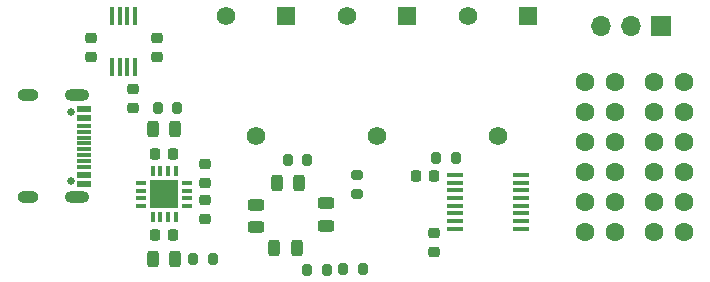
<source format=gbr>
%TF.GenerationSoftware,KiCad,Pcbnew,7.0.6*%
%TF.CreationDate,2023-07-26T14:22:16+03:00*%
%TF.ProjectId,Accelerometru,41636365-6c65-4726-9f6d-657472752e6b,rev?*%
%TF.SameCoordinates,Original*%
%TF.FileFunction,Soldermask,Top*%
%TF.FilePolarity,Negative*%
%FSLAX46Y46*%
G04 Gerber Fmt 4.6, Leading zero omitted, Abs format (unit mm)*
G04 Created by KiCad (PCBNEW 7.0.6) date 2023-07-26 14:22:16*
%MOMM*%
%LPD*%
G01*
G04 APERTURE LIST*
G04 Aperture macros list*
%AMRoundRect*
0 Rectangle with rounded corners*
0 $1 Rounding radius*
0 $2 $3 $4 $5 $6 $7 $8 $9 X,Y pos of 4 corners*
0 Add a 4 corners polygon primitive as box body*
4,1,4,$2,$3,$4,$5,$6,$7,$8,$9,$2,$3,0*
0 Add four circle primitives for the rounded corners*
1,1,$1+$1,$2,$3*
1,1,$1+$1,$4,$5*
1,1,$1+$1,$6,$7*
1,1,$1+$1,$8,$9*
0 Add four rect primitives between the rounded corners*
20,1,$1+$1,$2,$3,$4,$5,0*
20,1,$1+$1,$4,$5,$6,$7,0*
20,1,$1+$1,$6,$7,$8,$9,0*
20,1,$1+$1,$8,$9,$2,$3,0*%
G04 Aperture macros list end*
%ADD10R,0.858799X0.350000*%
%ADD11R,0.350000X0.858799*%
%ADD12R,2.438400X2.438400*%
%ADD13C,0.650000*%
%ADD14O,1.800000X1.000000*%
%ADD15O,2.100000X1.000000*%
%ADD16R,1.150000X0.600000*%
%ADD17R,1.143000X0.300000*%
%ADD18R,1.574800X1.574800*%
%ADD19C,1.574800*%
%ADD20RoundRect,0.200000X-0.275000X0.200000X-0.275000X-0.200000X0.275000X-0.200000X0.275000X0.200000X0*%
%ADD21RoundRect,0.243750X-0.243750X-0.456250X0.243750X-0.456250X0.243750X0.456250X-0.243750X0.456250X0*%
%ADD22RoundRect,0.200000X-0.200000X-0.275000X0.200000X-0.275000X0.200000X0.275000X-0.200000X0.275000X0*%
%ADD23RoundRect,0.225000X-0.250000X0.225000X-0.250000X-0.225000X0.250000X-0.225000X0.250000X0.225000X0*%
%ADD24RoundRect,0.243750X-0.456250X0.243750X-0.456250X-0.243750X0.456250X-0.243750X0.456250X0.243750X0*%
%ADD25RoundRect,0.225000X0.225000X0.250000X-0.225000X0.250000X-0.225000X-0.250000X0.225000X-0.250000X0*%
%ADD26RoundRect,0.200000X0.200000X0.275000X-0.200000X0.275000X-0.200000X-0.275000X0.200000X-0.275000X0*%
%ADD27RoundRect,0.225000X0.250000X-0.225000X0.250000X0.225000X-0.250000X0.225000X-0.250000X-0.225000X0*%
%ADD28R,0.431000X1.512799*%
%ADD29RoundRect,0.243750X0.243750X0.456250X-0.243750X0.456250X-0.243750X-0.456250X0.243750X-0.456250X0*%
%ADD30C,1.600200*%
%ADD31R,1.461999X0.354800*%
%ADD32R,1.700000X1.700000*%
%ADD33O,1.700000X1.700000*%
G04 APERTURE END LIST*
D10*
%TO.C,U2*%
X176240300Y-79543001D03*
X176240300Y-80192999D03*
X176240300Y-80843001D03*
X176240300Y-81492999D03*
D11*
X177206001Y-82458700D03*
X177855999Y-82458700D03*
X178506001Y-82458700D03*
X179155999Y-82458700D03*
D10*
X180121700Y-81492999D03*
X180121700Y-80843001D03*
X180121700Y-80192999D03*
X180121700Y-79543001D03*
D11*
X179155999Y-78577300D03*
X178506001Y-78577300D03*
X177855999Y-78577300D03*
X177206001Y-78577300D03*
D12*
X178181000Y-80518000D03*
%TD*%
D13*
%TO.C,J1*%
X170304801Y-73564001D03*
X170304801Y-79343999D03*
D14*
X166624800Y-72133998D03*
X166624800Y-80774002D03*
D15*
X170804800Y-72133998D03*
X170804800Y-80774002D03*
D16*
X171379800Y-73254000D03*
X171379800Y-74053999D03*
D17*
X171379800Y-75204000D03*
X171379800Y-76204000D03*
X171379800Y-76704000D03*
X171379800Y-77704000D03*
D16*
X171379800Y-79654000D03*
X171379800Y-78854001D03*
D17*
X171379800Y-78203999D03*
X171379800Y-77204001D03*
X171379800Y-75703999D03*
X171379800Y-74704001D03*
%TD*%
D18*
%TO.C,POT1*%
X188468000Y-65430400D03*
D19*
X185928000Y-75565000D03*
X183388000Y-65430400D03*
%TD*%
D18*
%TO.C,POT2*%
X198755000Y-65405000D03*
D19*
X196215000Y-75539600D03*
X193675000Y-65405000D03*
%TD*%
D18*
%TO.C,POT3*%
X209029300Y-65430400D03*
D19*
X206489300Y-75565000D03*
X203949300Y-65430400D03*
%TD*%
D20*
%TO.C,R30*%
X194520000Y-78875000D03*
X194520000Y-80525000D03*
%TD*%
D21*
%TO.C,D5*%
X177232500Y-86010000D03*
X179107500Y-86010000D03*
%TD*%
D22*
%TO.C,R27*%
X201232000Y-77470000D03*
X202882000Y-77470000D03*
%TD*%
D23*
%TO.C,C5*%
X181610000Y-81013000D03*
X181610000Y-82563000D03*
%TD*%
D24*
%TO.C,D3*%
X186000000Y-81412500D03*
X186000000Y-83287500D03*
%TD*%
D25*
%TO.C,C7*%
X178956000Y-77089000D03*
X177406000Y-77089000D03*
%TD*%
D23*
%TO.C,C1*%
X175514000Y-71615000D03*
X175514000Y-73165000D03*
%TD*%
D26*
%TO.C,R32*%
X182285000Y-86000000D03*
X180635000Y-86000000D03*
%TD*%
D27*
%TO.C,C2*%
X171958000Y-68847000D03*
X171958000Y-67297000D03*
%TD*%
%TO.C,C3*%
X177546000Y-68847000D03*
X177546000Y-67297000D03*
%TD*%
D28*
%TO.C,U1*%
X173777001Y-69735700D03*
X174426999Y-69735700D03*
X175077001Y-69735700D03*
X175726999Y-69735700D03*
X175726999Y-65392300D03*
X175077001Y-65392300D03*
X174426999Y-65392300D03*
X173777001Y-65392300D03*
%TD*%
D25*
%TO.C,C4*%
X178956000Y-83947000D03*
X177406000Y-83947000D03*
%TD*%
D27*
%TO.C,C6*%
X181610000Y-79515000D03*
X181610000Y-77965000D03*
%TD*%
D24*
%TO.C,D4*%
X191920000Y-81282500D03*
X191920000Y-83157500D03*
%TD*%
D25*
%TO.C,C10*%
X201054000Y-78994000D03*
X199504000Y-78994000D03*
%TD*%
D29*
%TO.C,D6*%
X179118500Y-74980000D03*
X177243500Y-74980000D03*
%TD*%
D26*
%TO.C,R29*%
X188645000Y-77580000D03*
X190295000Y-77580000D03*
%TD*%
D30*
%TO.C,J4*%
X213829900Y-83660600D03*
X213829900Y-81120600D03*
X213829900Y-78580600D03*
X213829900Y-76040600D03*
X213829900Y-73500600D03*
X213829900Y-70960600D03*
X216369900Y-83660600D03*
X216369900Y-81120600D03*
X216369900Y-78580600D03*
X216369900Y-76040600D03*
X216369900Y-73500600D03*
X216369900Y-70960600D03*
%TD*%
D31*
%TO.C,U5*%
X202793600Y-78878001D03*
X202793600Y-79527999D03*
X202793600Y-80178001D03*
X202793600Y-80827999D03*
X202793600Y-81477998D03*
X202793600Y-82127999D03*
X202793600Y-82777998D03*
X202793600Y-83427999D03*
X208432400Y-83427999D03*
X208432400Y-82778001D03*
X208432400Y-82127999D03*
X208432400Y-81478001D03*
X208432400Y-80828002D03*
X208432400Y-80178001D03*
X208432400Y-79528002D03*
X208432400Y-78878001D03*
%TD*%
D26*
%TO.C,R28*%
X190295000Y-86890000D03*
X191945000Y-86890000D03*
%TD*%
D21*
%TO.C,D1*%
X187762500Y-79560000D03*
X189637500Y-79560000D03*
%TD*%
D23*
%TO.C,C11*%
X201041000Y-83807000D03*
X201041000Y-85357000D03*
%TD*%
D30*
%TO.C,J3*%
X219671900Y-83660600D03*
X219671900Y-81120600D03*
X219671900Y-78580600D03*
X219671900Y-76040600D03*
X219671900Y-73500600D03*
X219671900Y-70960600D03*
X222211900Y-83660600D03*
X222211900Y-81120600D03*
X222211900Y-78580600D03*
X222211900Y-76040600D03*
X222211900Y-73500600D03*
X222211900Y-70960600D03*
%TD*%
D26*
%TO.C,R31*%
X195015000Y-86860000D03*
X193365000Y-86860000D03*
%TD*%
D29*
%TO.C,D2*%
X187532500Y-85060000D03*
X189407500Y-85060000D03*
%TD*%
D32*
%TO.C,J2*%
X220265000Y-66290000D03*
D33*
X217725000Y-66290000D03*
X215185000Y-66290000D03*
%TD*%
D26*
%TO.C,R33*%
X179315000Y-73180000D03*
X177665000Y-73180000D03*
%TD*%
M02*

</source>
